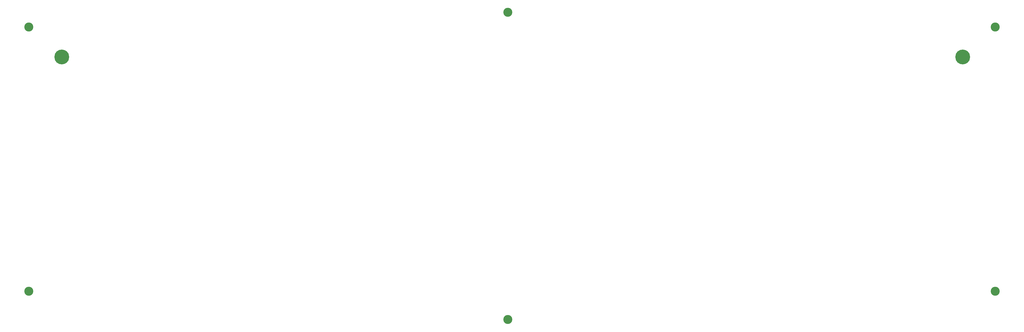
<source format=gts>
G04 #@! TF.GenerationSoftware,KiCad,Pcbnew,5.1.6-c6e7f7d~87~ubuntu18.04.1*
G04 #@! TF.CreationDate,2020-08-05T13:03:49+02:00*
G04 #@! TF.ProjectId,backplate,6261636b-706c-4617-9465-2e6b69636164,rev?*
G04 #@! TF.SameCoordinates,Original*
G04 #@! TF.FileFunction,Soldermask,Top*
G04 #@! TF.FilePolarity,Negative*
%FSLAX46Y46*%
G04 Gerber Fmt 4.6, Leading zero omitted, Abs format (unit mm)*
G04 Created by KiCad (PCBNEW 5.1.6-c6e7f7d~87~ubuntu18.04.1) date 2020-08-05 13:03:49*
%MOMM*%
%LPD*%
G01*
G04 APERTURE LIST*
%ADD10C,5.100000*%
%ADD11C,3.100000*%
G04 APERTURE END LIST*
D10*
G04 #@! TO.C,REF\u002A\u002A*
X368300000Y-91440000D03*
G04 #@! TD*
G04 #@! TO.C,REF\u002A\u002A*
X58420000Y-91440000D03*
G04 #@! TD*
D11*
G04 #@! TO.C,REF\u002A\u002A*
X211836000Y-181991000D03*
G04 #@! TD*
G04 #@! TO.C,REF\u002A\u002A*
X211836000Y-76073000D03*
G04 #@! TD*
G04 #@! TO.C,REF\u002A\u002A*
X379476000Y-172212000D03*
G04 #@! TD*
G04 #@! TO.C,REF\u002A\u002A*
X379476000Y-81153000D03*
G04 #@! TD*
G04 #@! TO.C,REF\u002A\u002A*
X47117000Y-81153000D03*
G04 #@! TD*
G04 #@! TO.C,REF\u002A\u002A*
X47117000Y-172212000D03*
G04 #@! TD*
M02*

</source>
